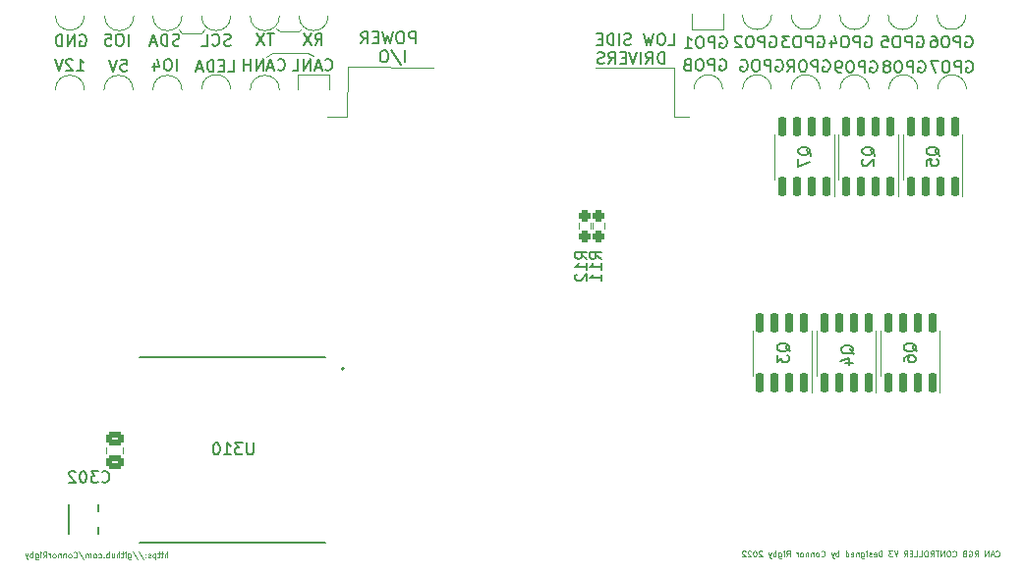
<source format=gbr>
%TF.GenerationSoftware,KiCad,Pcbnew,(6.0.2)*%
%TF.CreationDate,2022-04-22T14:27:02-06:00*%
%TF.ProjectId,CONEPROJ,434f4e45-5052-44f4-9a2e-6b696361645f,rev?*%
%TF.SameCoordinates,Original*%
%TF.FileFunction,Legend,Bot*%
%TF.FilePolarity,Positive*%
%FSLAX46Y46*%
G04 Gerber Fmt 4.6, Leading zero omitted, Abs format (unit mm)*
G04 Created by KiCad (PCBNEW (6.0.2)) date 2022-04-22 14:27:02*
%MOMM*%
%LPD*%
G01*
G04 APERTURE LIST*
G04 Aperture macros list*
%AMRoundRect*
0 Rectangle with rounded corners*
0 $1 Rounding radius*
0 $2 $3 $4 $5 $6 $7 $8 $9 X,Y pos of 4 corners*
0 Add a 4 corners polygon primitive as box body*
4,1,4,$2,$3,$4,$5,$6,$7,$8,$9,$2,$3,0*
0 Add four circle primitives for the rounded corners*
1,1,$1+$1,$2,$3*
1,1,$1+$1,$4,$5*
1,1,$1+$1,$6,$7*
1,1,$1+$1,$8,$9*
0 Add four rect primitives between the rounded corners*
20,1,$1+$1,$2,$3,$4,$5,0*
20,1,$1+$1,$4,$5,$6,$7,0*
20,1,$1+$1,$6,$7,$8,$9,0*
20,1,$1+$1,$8,$9,$2,$3,0*%
G04 Aperture macros list end*
%ADD10C,0.120000*%
%ADD11C,0.150000*%
%ADD12C,0.125000*%
%ADD13C,0.203200*%
%ADD14C,0.200000*%
%ADD15C,0.127000*%
%ADD16C,5.600000*%
%ADD17C,2.374900*%
%ADD18C,0.990600*%
%ADD19R,2.056000X2.056000*%
%ADD20C,2.056000*%
%ADD21RoundRect,0.150000X0.150000X-0.725000X0.150000X0.725000X-0.150000X0.725000X-0.150000X-0.725000X0*%
%ADD22R,3.000000X1.200000*%
%ADD23RoundRect,0.250000X0.475000X-0.337500X0.475000X0.337500X-0.475000X0.337500X-0.475000X-0.337500X0*%
%ADD24RoundRect,0.237500X-0.237500X0.250000X-0.237500X-0.250000X0.237500X-0.250000X0.237500X0.250000X0*%
%ADD25R,2.200000X1.050000*%
%ADD26R,1.050000X1.000000*%
G04 APERTURE END LIST*
D10*
X49450000Y-48250000D02*
X46400000Y-48250000D01*
X103700000Y-45000000D02*
G75*
G03*
X106200000Y-45000000I1250000J0D01*
G01*
X47050000Y-51450000D02*
G75*
G03*
X44550000Y-51450000I-1250000J0D01*
G01*
X106250000Y-51400001D02*
G75*
G03*
X103750000Y-51400001I-1250000J1D01*
G01*
X42850000Y-51400000D02*
G75*
G03*
X40350000Y-51400000I-1250000J0D01*
G01*
X48750000Y-45100000D02*
G75*
G03*
X51250000Y-45100000I1250000J0D01*
G01*
X49950000Y-48550000D02*
X49450000Y-48250000D01*
X93650000Y-51400001D02*
G75*
G03*
X91150000Y-51400001I-1250000J1D01*
G01*
X91150000Y-45000000D02*
G75*
G03*
X93650000Y-45000000I1250000J0D01*
G01*
X81100000Y-49550000D02*
X81100000Y-53750000D01*
X60350000Y-49550000D02*
X52950000Y-49500000D01*
X38650000Y-46550000D02*
X38350000Y-46250000D01*
X48750000Y-46450000D02*
X47100000Y-46450000D01*
X27750000Y-45050000D02*
G75*
G03*
X30250000Y-45050000I1250000J0D01*
G01*
X34450000Y-51450000D02*
G75*
G03*
X31950000Y-51450000I-1250000J0D01*
G01*
X40550000Y-46250000D02*
X40300000Y-46550000D01*
X51350000Y-50100000D02*
X51350000Y-51450000D01*
X44550000Y-45100000D02*
G75*
G03*
X47050000Y-45100000I1250000J0D01*
G01*
X48600000Y-51450000D02*
X48600000Y-50100000D01*
X38650000Y-51450000D02*
G75*
G03*
X36150000Y-51450000I-1250000J0D01*
G01*
X95350000Y-45000000D02*
G75*
G03*
X97850000Y-45000000I1250000J0D01*
G01*
X82550000Y-46250000D02*
X82550000Y-44900000D01*
X74300000Y-49550000D02*
X81100000Y-49550000D01*
X86950000Y-45000000D02*
G75*
G03*
X89450000Y-45000000I1250000J0D01*
G01*
X49000000Y-46150000D02*
X48750000Y-46450000D01*
X99500000Y-45000000D02*
G75*
G03*
X102000000Y-45000000I1250000J0D01*
G01*
X48600000Y-50100000D02*
X51350000Y-50100000D01*
X40350000Y-45100000D02*
G75*
G03*
X42850000Y-45100000I1250000J0D01*
G01*
X52900000Y-53750000D02*
X51200000Y-53750000D01*
X36150000Y-45100000D02*
G75*
G03*
X38650000Y-45100000I1250000J0D01*
G01*
X30250000Y-51450000D02*
G75*
G03*
X27750000Y-51450000I-1250000J0D01*
G01*
X52950000Y-49500000D02*
X52900000Y-53750000D01*
X81100000Y-53750000D02*
X82300000Y-53750000D01*
X32000000Y-45100000D02*
G75*
G03*
X34500000Y-45100000I1250000J0D01*
G01*
X47100000Y-46450000D02*
X46800000Y-46150000D01*
X85250000Y-51400001D02*
G75*
G03*
X82750000Y-51400001I-1250000J1D01*
G01*
X40300000Y-46550000D02*
X38650000Y-46550000D01*
X89450000Y-51400001D02*
G75*
G03*
X86950000Y-51400001I-1250000J1D01*
G01*
X85300000Y-46250000D02*
X82550000Y-46250000D01*
X102050000Y-51400001D02*
G75*
G03*
X99550000Y-51400001I-1250000J1D01*
G01*
X85300000Y-44900000D02*
X85300000Y-46250000D01*
X46400000Y-48250000D02*
X45950000Y-48600000D01*
X97850000Y-51400001D02*
G75*
G03*
X95350000Y-51400001I-1250000J1D01*
G01*
D11*
X29619047Y-49802380D02*
X30190476Y-49802380D01*
X29904761Y-49802380D02*
X29904761Y-48802380D01*
X30000000Y-48945238D01*
X30095238Y-49040476D01*
X30190476Y-49088095D01*
X29238095Y-48897619D02*
X29190476Y-48850000D01*
X29095238Y-48802380D01*
X28857142Y-48802380D01*
X28761904Y-48850000D01*
X28714285Y-48897619D01*
X28666666Y-48992857D01*
X28666666Y-49088095D01*
X28714285Y-49230952D01*
X29285714Y-49802380D01*
X28666666Y-49802380D01*
X28380952Y-48802380D02*
X28047619Y-49802380D01*
X27714285Y-48802380D01*
X93911904Y-48950000D02*
X94007142Y-48902380D01*
X94150000Y-48902380D01*
X94292857Y-48950000D01*
X94388095Y-49045238D01*
X94435714Y-49140476D01*
X94483333Y-49330952D01*
X94483333Y-49473809D01*
X94435714Y-49664285D01*
X94388095Y-49759523D01*
X94292857Y-49854761D01*
X94150000Y-49902380D01*
X94054761Y-49902380D01*
X93911904Y-49854761D01*
X93864285Y-49807142D01*
X93864285Y-49473809D01*
X94054761Y-49473809D01*
X93435714Y-49902380D02*
X93435714Y-48902380D01*
X93054761Y-48902380D01*
X92959523Y-48950000D01*
X92911904Y-48997619D01*
X92864285Y-49092857D01*
X92864285Y-49235714D01*
X92911904Y-49330952D01*
X92959523Y-49378571D01*
X93054761Y-49426190D01*
X93435714Y-49426190D01*
X92245238Y-48902380D02*
X92054761Y-48902380D01*
X91959523Y-48950000D01*
X91864285Y-49045238D01*
X91816666Y-49235714D01*
X91816666Y-49569047D01*
X91864285Y-49759523D01*
X91959523Y-49854761D01*
X92054761Y-49902380D01*
X92245238Y-49902380D01*
X92340476Y-49854761D01*
X92435714Y-49759523D01*
X92483333Y-49569047D01*
X92483333Y-49235714D01*
X92435714Y-49045238D01*
X92340476Y-48950000D01*
X92245238Y-48902380D01*
X90816666Y-49902380D02*
X91150000Y-49426190D01*
X91388095Y-49902380D02*
X91388095Y-48902380D01*
X91007142Y-48902380D01*
X90911904Y-48950000D01*
X90864285Y-48997619D01*
X90816666Y-49092857D01*
X90816666Y-49235714D01*
X90864285Y-49330952D01*
X90911904Y-49378571D01*
X91007142Y-49426190D01*
X91388095Y-49426190D01*
X46916666Y-49707142D02*
X46964285Y-49754761D01*
X47107142Y-49802380D01*
X47202380Y-49802380D01*
X47345238Y-49754761D01*
X47440476Y-49659523D01*
X47488095Y-49564285D01*
X47535714Y-49373809D01*
X47535714Y-49230952D01*
X47488095Y-49040476D01*
X47440476Y-48945238D01*
X47345238Y-48850000D01*
X47202380Y-48802380D01*
X47107142Y-48802380D01*
X46964285Y-48850000D01*
X46916666Y-48897619D01*
X46535714Y-49516666D02*
X46059523Y-49516666D01*
X46630952Y-49802380D02*
X46297619Y-48802380D01*
X45964285Y-49802380D01*
X45630952Y-49802380D02*
X45630952Y-48802380D01*
X45059523Y-49802380D01*
X45059523Y-48802380D01*
X44583333Y-49802380D02*
X44583333Y-48802380D01*
X44583333Y-49278571D02*
X44011904Y-49278571D01*
X44011904Y-49802380D02*
X44011904Y-48802380D01*
X42840476Y-47604761D02*
X42697619Y-47652380D01*
X42459523Y-47652380D01*
X42364285Y-47604761D01*
X42316666Y-47557142D01*
X42269047Y-47461904D01*
X42269047Y-47366666D01*
X42316666Y-47271428D01*
X42364285Y-47223809D01*
X42459523Y-47176190D01*
X42650000Y-47128571D01*
X42745238Y-47080952D01*
X42792857Y-47033333D01*
X42840476Y-46938095D01*
X42840476Y-46842857D01*
X42792857Y-46747619D01*
X42745238Y-46700000D01*
X42650000Y-46652380D01*
X42411904Y-46652380D01*
X42269047Y-46700000D01*
X41269047Y-47557142D02*
X41316666Y-47604761D01*
X41459523Y-47652380D01*
X41554761Y-47652380D01*
X41697619Y-47604761D01*
X41792857Y-47509523D01*
X41840476Y-47414285D01*
X41888095Y-47223809D01*
X41888095Y-47080952D01*
X41840476Y-46890476D01*
X41792857Y-46795238D01*
X41697619Y-46700000D01*
X41554761Y-46652380D01*
X41459523Y-46652380D01*
X41316666Y-46700000D01*
X41269047Y-46747619D01*
X40364285Y-47652380D02*
X40840476Y-47652380D01*
X40840476Y-46652380D01*
X106238095Y-49000000D02*
X106333333Y-48952380D01*
X106476190Y-48952380D01*
X106619047Y-49000000D01*
X106714285Y-49095238D01*
X106761904Y-49190476D01*
X106809523Y-49380952D01*
X106809523Y-49523809D01*
X106761904Y-49714285D01*
X106714285Y-49809523D01*
X106619047Y-49904761D01*
X106476190Y-49952380D01*
X106380952Y-49952380D01*
X106238095Y-49904761D01*
X106190476Y-49857142D01*
X106190476Y-49523809D01*
X106380952Y-49523809D01*
X105761904Y-49952380D02*
X105761904Y-48952380D01*
X105380952Y-48952380D01*
X105285714Y-49000000D01*
X105238095Y-49047619D01*
X105190476Y-49142857D01*
X105190476Y-49285714D01*
X105238095Y-49380952D01*
X105285714Y-49428571D01*
X105380952Y-49476190D01*
X105761904Y-49476190D01*
X104571428Y-48952380D02*
X104380952Y-48952380D01*
X104285714Y-49000000D01*
X104190476Y-49095238D01*
X104142857Y-49285714D01*
X104142857Y-49619047D01*
X104190476Y-49809523D01*
X104285714Y-49904761D01*
X104380952Y-49952380D01*
X104571428Y-49952380D01*
X104666666Y-49904761D01*
X104761904Y-49809523D01*
X104809523Y-49619047D01*
X104809523Y-49285714D01*
X104761904Y-49095238D01*
X104666666Y-49000000D01*
X104571428Y-48952380D01*
X103809523Y-48952380D02*
X103142857Y-48952380D01*
X103571428Y-49952380D01*
X42621428Y-49902380D02*
X43097619Y-49902380D01*
X43097619Y-48902380D01*
X42288095Y-49378571D02*
X41954761Y-49378571D01*
X41811904Y-49902380D02*
X42288095Y-49902380D01*
X42288095Y-48902380D01*
X41811904Y-48902380D01*
X41383333Y-49902380D02*
X41383333Y-48902380D01*
X41145238Y-48902380D01*
X41002380Y-48950000D01*
X40907142Y-49045238D01*
X40859523Y-49140476D01*
X40811904Y-49330952D01*
X40811904Y-49473809D01*
X40859523Y-49664285D01*
X40907142Y-49759523D01*
X41002380Y-49854761D01*
X41145238Y-49902380D01*
X41383333Y-49902380D01*
X40430952Y-49616666D02*
X39954761Y-49616666D01*
X40526190Y-49902380D02*
X40192857Y-48902380D01*
X39859523Y-49902380D01*
X58759523Y-47447380D02*
X58759523Y-46447380D01*
X58378571Y-46447380D01*
X58283333Y-46495000D01*
X58235714Y-46542619D01*
X58188095Y-46637857D01*
X58188095Y-46780714D01*
X58235714Y-46875952D01*
X58283333Y-46923571D01*
X58378571Y-46971190D01*
X58759523Y-46971190D01*
X57569047Y-46447380D02*
X57378571Y-46447380D01*
X57283333Y-46495000D01*
X57188095Y-46590238D01*
X57140476Y-46780714D01*
X57140476Y-47114047D01*
X57188095Y-47304523D01*
X57283333Y-47399761D01*
X57378571Y-47447380D01*
X57569047Y-47447380D01*
X57664285Y-47399761D01*
X57759523Y-47304523D01*
X57807142Y-47114047D01*
X57807142Y-46780714D01*
X57759523Y-46590238D01*
X57664285Y-46495000D01*
X57569047Y-46447380D01*
X56807142Y-46447380D02*
X56569047Y-47447380D01*
X56378571Y-46733095D01*
X56188095Y-47447380D01*
X55950000Y-46447380D01*
X55569047Y-46923571D02*
X55235714Y-46923571D01*
X55092857Y-47447380D02*
X55569047Y-47447380D01*
X55569047Y-46447380D01*
X55092857Y-46447380D01*
X54092857Y-47447380D02*
X54426190Y-46971190D01*
X54664285Y-47447380D02*
X54664285Y-46447380D01*
X54283333Y-46447380D01*
X54188095Y-46495000D01*
X54140476Y-46542619D01*
X54092857Y-46637857D01*
X54092857Y-46780714D01*
X54140476Y-46875952D01*
X54188095Y-46923571D01*
X54283333Y-46971190D01*
X54664285Y-46971190D01*
X57878571Y-49057380D02*
X57878571Y-48057380D01*
X56688095Y-48009761D02*
X57545238Y-49295476D01*
X56164285Y-48057380D02*
X55973809Y-48057380D01*
X55878571Y-48105000D01*
X55783333Y-48200238D01*
X55735714Y-48390714D01*
X55735714Y-48724047D01*
X55783333Y-48914523D01*
X55878571Y-49009761D01*
X55973809Y-49057380D01*
X56164285Y-49057380D01*
X56259523Y-49009761D01*
X56354761Y-48914523D01*
X56402380Y-48724047D01*
X56402380Y-48390714D01*
X56354761Y-48200238D01*
X56259523Y-48105000D01*
X56164285Y-48057380D01*
X102138095Y-49000000D02*
X102233333Y-48952380D01*
X102376190Y-48952380D01*
X102519047Y-49000000D01*
X102614285Y-49095238D01*
X102661904Y-49190476D01*
X102709523Y-49380952D01*
X102709523Y-49523809D01*
X102661904Y-49714285D01*
X102614285Y-49809523D01*
X102519047Y-49904761D01*
X102376190Y-49952380D01*
X102280952Y-49952380D01*
X102138095Y-49904761D01*
X102090476Y-49857142D01*
X102090476Y-49523809D01*
X102280952Y-49523809D01*
X101661904Y-49952380D02*
X101661904Y-48952380D01*
X101280952Y-48952380D01*
X101185714Y-49000000D01*
X101138095Y-49047619D01*
X101090476Y-49142857D01*
X101090476Y-49285714D01*
X101138095Y-49380952D01*
X101185714Y-49428571D01*
X101280952Y-49476190D01*
X101661904Y-49476190D01*
X100471428Y-48952380D02*
X100280952Y-48952380D01*
X100185714Y-49000000D01*
X100090476Y-49095238D01*
X100042857Y-49285714D01*
X100042857Y-49619047D01*
X100090476Y-49809523D01*
X100185714Y-49904761D01*
X100280952Y-49952380D01*
X100471428Y-49952380D01*
X100566666Y-49904761D01*
X100661904Y-49809523D01*
X100709523Y-49619047D01*
X100709523Y-49285714D01*
X100661904Y-49095238D01*
X100566666Y-49000000D01*
X100471428Y-48952380D01*
X99471428Y-49380952D02*
X99566666Y-49333333D01*
X99614285Y-49285714D01*
X99661904Y-49190476D01*
X99661904Y-49142857D01*
X99614285Y-49047619D01*
X99566666Y-49000000D01*
X99471428Y-48952380D01*
X99280952Y-48952380D01*
X99185714Y-49000000D01*
X99138095Y-49047619D01*
X99090476Y-49142857D01*
X99090476Y-49190476D01*
X99138095Y-49285714D01*
X99185714Y-49333333D01*
X99280952Y-49380952D01*
X99471428Y-49380952D01*
X99566666Y-49428571D01*
X99614285Y-49476190D01*
X99661904Y-49571428D01*
X99661904Y-49761904D01*
X99614285Y-49857142D01*
X99566666Y-49904761D01*
X99471428Y-49952380D01*
X99280952Y-49952380D01*
X99185714Y-49904761D01*
X99138095Y-49857142D01*
X99090476Y-49761904D01*
X99090476Y-49571428D01*
X99138095Y-49476190D01*
X99185714Y-49428571D01*
X99280952Y-49380952D01*
X38200000Y-49802380D02*
X38200000Y-48802380D01*
X37533333Y-48802380D02*
X37342857Y-48802380D01*
X37247619Y-48850000D01*
X37152380Y-48945238D01*
X37104761Y-49135714D01*
X37104761Y-49469047D01*
X37152380Y-49659523D01*
X37247619Y-49754761D01*
X37342857Y-49802380D01*
X37533333Y-49802380D01*
X37628571Y-49754761D01*
X37723809Y-49659523D01*
X37771428Y-49469047D01*
X37771428Y-49135714D01*
X37723809Y-48945238D01*
X37628571Y-48850000D01*
X37533333Y-48802380D01*
X36247619Y-49135714D02*
X36247619Y-49802380D01*
X36485714Y-48754761D02*
X36723809Y-49469047D01*
X36104761Y-49469047D01*
X85038095Y-46900000D02*
X85133333Y-46852380D01*
X85276190Y-46852380D01*
X85419047Y-46900000D01*
X85514285Y-46995238D01*
X85561904Y-47090476D01*
X85609523Y-47280952D01*
X85609523Y-47423809D01*
X85561904Y-47614285D01*
X85514285Y-47709523D01*
X85419047Y-47804761D01*
X85276190Y-47852380D01*
X85180952Y-47852380D01*
X85038095Y-47804761D01*
X84990476Y-47757142D01*
X84990476Y-47423809D01*
X85180952Y-47423809D01*
X84561904Y-47852380D02*
X84561904Y-46852380D01*
X84180952Y-46852380D01*
X84085714Y-46900000D01*
X84038095Y-46947619D01*
X83990476Y-47042857D01*
X83990476Y-47185714D01*
X84038095Y-47280952D01*
X84085714Y-47328571D01*
X84180952Y-47376190D01*
X84561904Y-47376190D01*
X83371428Y-46852380D02*
X83180952Y-46852380D01*
X83085714Y-46900000D01*
X82990476Y-46995238D01*
X82942857Y-47185714D01*
X82942857Y-47519047D01*
X82990476Y-47709523D01*
X83085714Y-47804761D01*
X83180952Y-47852380D01*
X83371428Y-47852380D01*
X83466666Y-47804761D01*
X83561904Y-47709523D01*
X83609523Y-47519047D01*
X83609523Y-47185714D01*
X83561904Y-46995238D01*
X83466666Y-46900000D01*
X83371428Y-46852380D01*
X81990476Y-47852380D02*
X82561904Y-47852380D01*
X82276190Y-47852380D02*
X82276190Y-46852380D01*
X82371428Y-46995238D01*
X82466666Y-47090476D01*
X82561904Y-47138095D01*
X93438095Y-46850000D02*
X93533333Y-46802380D01*
X93676190Y-46802380D01*
X93819047Y-46850000D01*
X93914285Y-46945238D01*
X93961904Y-47040476D01*
X94009523Y-47230952D01*
X94009523Y-47373809D01*
X93961904Y-47564285D01*
X93914285Y-47659523D01*
X93819047Y-47754761D01*
X93676190Y-47802380D01*
X93580952Y-47802380D01*
X93438095Y-47754761D01*
X93390476Y-47707142D01*
X93390476Y-47373809D01*
X93580952Y-47373809D01*
X92961904Y-47802380D02*
X92961904Y-46802380D01*
X92580952Y-46802380D01*
X92485714Y-46850000D01*
X92438095Y-46897619D01*
X92390476Y-46992857D01*
X92390476Y-47135714D01*
X92438095Y-47230952D01*
X92485714Y-47278571D01*
X92580952Y-47326190D01*
X92961904Y-47326190D01*
X91771428Y-46802380D02*
X91580952Y-46802380D01*
X91485714Y-46850000D01*
X91390476Y-46945238D01*
X91342857Y-47135714D01*
X91342857Y-47469047D01*
X91390476Y-47659523D01*
X91485714Y-47754761D01*
X91580952Y-47802380D01*
X91771428Y-47802380D01*
X91866666Y-47754761D01*
X91961904Y-47659523D01*
X92009523Y-47469047D01*
X92009523Y-47135714D01*
X91961904Y-46945238D01*
X91866666Y-46850000D01*
X91771428Y-46802380D01*
X91009523Y-46802380D02*
X90390476Y-46802380D01*
X90723809Y-47183333D01*
X90580952Y-47183333D01*
X90485714Y-47230952D01*
X90438095Y-47278571D01*
X90390476Y-47373809D01*
X90390476Y-47611904D01*
X90438095Y-47707142D01*
X90485714Y-47754761D01*
X90580952Y-47802380D01*
X90866666Y-47802380D01*
X90961904Y-47754761D01*
X91009523Y-47707142D01*
X101988095Y-46850000D02*
X102083333Y-46802380D01*
X102226190Y-46802380D01*
X102369047Y-46850000D01*
X102464285Y-46945238D01*
X102511904Y-47040476D01*
X102559523Y-47230952D01*
X102559523Y-47373809D01*
X102511904Y-47564285D01*
X102464285Y-47659523D01*
X102369047Y-47754761D01*
X102226190Y-47802380D01*
X102130952Y-47802380D01*
X101988095Y-47754761D01*
X101940476Y-47707142D01*
X101940476Y-47373809D01*
X102130952Y-47373809D01*
X101511904Y-47802380D02*
X101511904Y-46802380D01*
X101130952Y-46802380D01*
X101035714Y-46850000D01*
X100988095Y-46897619D01*
X100940476Y-46992857D01*
X100940476Y-47135714D01*
X100988095Y-47230952D01*
X101035714Y-47278571D01*
X101130952Y-47326190D01*
X101511904Y-47326190D01*
X100321428Y-46802380D02*
X100130952Y-46802380D01*
X100035714Y-46850000D01*
X99940476Y-46945238D01*
X99892857Y-47135714D01*
X99892857Y-47469047D01*
X99940476Y-47659523D01*
X100035714Y-47754761D01*
X100130952Y-47802380D01*
X100321428Y-47802380D01*
X100416666Y-47754761D01*
X100511904Y-47659523D01*
X100559523Y-47469047D01*
X100559523Y-47135714D01*
X100511904Y-46945238D01*
X100416666Y-46850000D01*
X100321428Y-46802380D01*
X98988095Y-46802380D02*
X99464285Y-46802380D01*
X99511904Y-47278571D01*
X99464285Y-47230952D01*
X99369047Y-47183333D01*
X99130952Y-47183333D01*
X99035714Y-47230952D01*
X98988095Y-47278571D01*
X98940476Y-47373809D01*
X98940476Y-47611904D01*
X98988095Y-47707142D01*
X99035714Y-47754761D01*
X99130952Y-47802380D01*
X99369047Y-47802380D01*
X99464285Y-47754761D01*
X99511904Y-47707142D01*
D12*
X108773809Y-91678571D02*
X108797619Y-91702380D01*
X108869047Y-91726190D01*
X108916666Y-91726190D01*
X108988095Y-91702380D01*
X109035714Y-91654761D01*
X109059523Y-91607142D01*
X109083333Y-91511904D01*
X109083333Y-91440476D01*
X109059523Y-91345238D01*
X109035714Y-91297619D01*
X108988095Y-91250000D01*
X108916666Y-91226190D01*
X108869047Y-91226190D01*
X108797619Y-91250000D01*
X108773809Y-91273809D01*
X108583333Y-91583333D02*
X108345238Y-91583333D01*
X108630952Y-91726190D02*
X108464285Y-91226190D01*
X108297619Y-91726190D01*
X108130952Y-91726190D02*
X108130952Y-91226190D01*
X107845238Y-91726190D01*
X107845238Y-91226190D01*
X106940476Y-91726190D02*
X107107142Y-91488095D01*
X107226190Y-91726190D02*
X107226190Y-91226190D01*
X107035714Y-91226190D01*
X106988095Y-91250000D01*
X106964285Y-91273809D01*
X106940476Y-91321428D01*
X106940476Y-91392857D01*
X106964285Y-91440476D01*
X106988095Y-91464285D01*
X107035714Y-91488095D01*
X107226190Y-91488095D01*
X106464285Y-91250000D02*
X106511904Y-91226190D01*
X106583333Y-91226190D01*
X106654761Y-91250000D01*
X106702380Y-91297619D01*
X106726190Y-91345238D01*
X106749999Y-91440476D01*
X106749999Y-91511904D01*
X106726190Y-91607142D01*
X106702380Y-91654761D01*
X106654761Y-91702380D01*
X106583333Y-91726190D01*
X106535714Y-91726190D01*
X106464285Y-91702380D01*
X106440476Y-91678571D01*
X106440476Y-91511904D01*
X106535714Y-91511904D01*
X106059523Y-91464285D02*
X105988095Y-91488095D01*
X105964285Y-91511904D01*
X105940476Y-91559523D01*
X105940476Y-91630952D01*
X105964285Y-91678571D01*
X105988095Y-91702380D01*
X106035714Y-91726190D01*
X106226190Y-91726190D01*
X106226190Y-91226190D01*
X106059523Y-91226190D01*
X106011904Y-91250000D01*
X105988095Y-91273809D01*
X105964285Y-91321428D01*
X105964285Y-91369047D01*
X105988095Y-91416666D01*
X106011904Y-91440476D01*
X106059523Y-91464285D01*
X106226190Y-91464285D01*
X105059523Y-91678571D02*
X105083333Y-91702380D01*
X105154761Y-91726190D01*
X105202380Y-91726190D01*
X105273809Y-91702380D01*
X105321428Y-91654761D01*
X105345238Y-91607142D01*
X105369047Y-91511904D01*
X105369047Y-91440476D01*
X105345238Y-91345238D01*
X105321428Y-91297619D01*
X105273809Y-91250000D01*
X105202380Y-91226190D01*
X105154761Y-91226190D01*
X105083333Y-91250000D01*
X105059523Y-91273809D01*
X104750000Y-91226190D02*
X104654761Y-91226190D01*
X104607142Y-91250000D01*
X104559523Y-91297619D01*
X104535714Y-91392857D01*
X104535714Y-91559523D01*
X104559523Y-91654761D01*
X104607142Y-91702380D01*
X104654761Y-91726190D01*
X104750000Y-91726190D01*
X104797619Y-91702380D01*
X104845238Y-91654761D01*
X104869047Y-91559523D01*
X104869047Y-91392857D01*
X104845238Y-91297619D01*
X104797619Y-91250000D01*
X104750000Y-91226190D01*
X104321428Y-91726190D02*
X104321428Y-91226190D01*
X104035714Y-91726190D01*
X104035714Y-91226190D01*
X103869047Y-91226190D02*
X103583333Y-91226190D01*
X103726190Y-91726190D02*
X103726190Y-91226190D01*
X103130952Y-91726190D02*
X103297619Y-91488095D01*
X103416666Y-91726190D02*
X103416666Y-91226190D01*
X103226190Y-91226190D01*
X103178571Y-91250000D01*
X103154761Y-91273809D01*
X103130952Y-91321428D01*
X103130952Y-91392857D01*
X103154761Y-91440476D01*
X103178571Y-91464285D01*
X103226190Y-91488095D01*
X103416666Y-91488095D01*
X102821428Y-91226190D02*
X102726190Y-91226190D01*
X102678571Y-91250000D01*
X102630952Y-91297619D01*
X102607142Y-91392857D01*
X102607142Y-91559523D01*
X102630952Y-91654761D01*
X102678571Y-91702380D01*
X102726190Y-91726190D01*
X102821428Y-91726190D01*
X102869047Y-91702380D01*
X102916666Y-91654761D01*
X102940476Y-91559523D01*
X102940476Y-91392857D01*
X102916666Y-91297619D01*
X102869047Y-91250000D01*
X102821428Y-91226190D01*
X102154761Y-91726190D02*
X102392857Y-91726190D01*
X102392857Y-91226190D01*
X101750000Y-91726190D02*
X101988095Y-91726190D01*
X101988095Y-91226190D01*
X101583333Y-91464285D02*
X101416666Y-91464285D01*
X101345238Y-91726190D02*
X101583333Y-91726190D01*
X101583333Y-91226190D01*
X101345238Y-91226190D01*
X100845238Y-91726190D02*
X101011904Y-91488095D01*
X101130952Y-91726190D02*
X101130952Y-91226190D01*
X100940476Y-91226190D01*
X100892857Y-91250000D01*
X100869047Y-91273809D01*
X100845238Y-91321428D01*
X100845238Y-91392857D01*
X100869047Y-91440476D01*
X100892857Y-91464285D01*
X100940476Y-91488095D01*
X101130952Y-91488095D01*
X100321428Y-91226190D02*
X100154761Y-91726190D01*
X99988095Y-91226190D01*
X99869047Y-91226190D02*
X99559523Y-91226190D01*
X99726190Y-91416666D01*
X99654761Y-91416666D01*
X99607142Y-91440476D01*
X99583333Y-91464285D01*
X99559523Y-91511904D01*
X99559523Y-91630952D01*
X99583333Y-91678571D01*
X99607142Y-91702380D01*
X99654761Y-91726190D01*
X99797619Y-91726190D01*
X99845238Y-91702380D01*
X99869047Y-91678571D01*
X98964285Y-91726190D02*
X98964285Y-91226190D01*
X98845238Y-91226190D01*
X98773809Y-91250000D01*
X98726190Y-91297619D01*
X98702380Y-91345238D01*
X98678571Y-91440476D01*
X98678571Y-91511904D01*
X98702380Y-91607142D01*
X98726190Y-91654761D01*
X98773809Y-91702380D01*
X98845238Y-91726190D01*
X98964285Y-91726190D01*
X98273809Y-91702380D02*
X98321428Y-91726190D01*
X98416666Y-91726190D01*
X98464285Y-91702380D01*
X98488095Y-91654761D01*
X98488095Y-91464285D01*
X98464285Y-91416666D01*
X98416666Y-91392857D01*
X98321428Y-91392857D01*
X98273809Y-91416666D01*
X98250000Y-91464285D01*
X98250000Y-91511904D01*
X98488095Y-91559523D01*
X98059523Y-91702380D02*
X98011904Y-91726190D01*
X97916666Y-91726190D01*
X97869047Y-91702380D01*
X97845238Y-91654761D01*
X97845238Y-91630952D01*
X97869047Y-91583333D01*
X97916666Y-91559523D01*
X97988095Y-91559523D01*
X98035714Y-91535714D01*
X98059523Y-91488095D01*
X98059523Y-91464285D01*
X98035714Y-91416666D01*
X97988095Y-91392857D01*
X97916666Y-91392857D01*
X97869047Y-91416666D01*
X97630952Y-91726190D02*
X97630952Y-91392857D01*
X97630952Y-91226190D02*
X97654761Y-91250000D01*
X97630952Y-91273809D01*
X97607142Y-91250000D01*
X97630952Y-91226190D01*
X97630952Y-91273809D01*
X97178571Y-91392857D02*
X97178571Y-91797619D01*
X97202380Y-91845238D01*
X97226190Y-91869047D01*
X97273809Y-91892857D01*
X97345238Y-91892857D01*
X97392857Y-91869047D01*
X97178571Y-91702380D02*
X97226190Y-91726190D01*
X97321428Y-91726190D01*
X97369047Y-91702380D01*
X97392857Y-91678571D01*
X97416666Y-91630952D01*
X97416666Y-91488095D01*
X97392857Y-91440476D01*
X97369047Y-91416666D01*
X97321428Y-91392857D01*
X97226190Y-91392857D01*
X97178571Y-91416666D01*
X96940476Y-91392857D02*
X96940476Y-91726190D01*
X96940476Y-91440476D02*
X96916666Y-91416666D01*
X96869047Y-91392857D01*
X96797619Y-91392857D01*
X96750000Y-91416666D01*
X96726190Y-91464285D01*
X96726190Y-91726190D01*
X96297619Y-91702380D02*
X96345238Y-91726190D01*
X96440476Y-91726190D01*
X96488095Y-91702380D01*
X96511904Y-91654761D01*
X96511904Y-91464285D01*
X96488095Y-91416666D01*
X96440476Y-91392857D01*
X96345238Y-91392857D01*
X96297619Y-91416666D01*
X96273809Y-91464285D01*
X96273809Y-91511904D01*
X96511904Y-91559523D01*
X95845238Y-91726190D02*
X95845238Y-91226190D01*
X95845238Y-91702380D02*
X95892857Y-91726190D01*
X95988095Y-91726190D01*
X96035714Y-91702380D01*
X96059523Y-91678571D01*
X96083333Y-91630952D01*
X96083333Y-91488095D01*
X96059523Y-91440476D01*
X96035714Y-91416666D01*
X95988095Y-91392857D01*
X95892857Y-91392857D01*
X95845238Y-91416666D01*
X95226190Y-91726190D02*
X95226190Y-91226190D01*
X95226190Y-91416666D02*
X95178571Y-91392857D01*
X95083333Y-91392857D01*
X95035714Y-91416666D01*
X95011904Y-91440476D01*
X94988095Y-91488095D01*
X94988095Y-91630952D01*
X95011904Y-91678571D01*
X95035714Y-91702380D01*
X95083333Y-91726190D01*
X95178571Y-91726190D01*
X95226190Y-91702380D01*
X94821428Y-91392857D02*
X94702380Y-91726190D01*
X94583333Y-91392857D02*
X94702380Y-91726190D01*
X94750000Y-91845238D01*
X94773809Y-91869047D01*
X94821428Y-91892857D01*
X93726190Y-91678571D02*
X93750000Y-91702380D01*
X93821428Y-91726190D01*
X93869047Y-91726190D01*
X93940476Y-91702380D01*
X93988095Y-91654761D01*
X94011904Y-91607142D01*
X94035714Y-91511904D01*
X94035714Y-91440476D01*
X94011904Y-91345238D01*
X93988095Y-91297619D01*
X93940476Y-91250000D01*
X93869047Y-91226190D01*
X93821428Y-91226190D01*
X93750000Y-91250000D01*
X93726190Y-91273809D01*
X93440476Y-91726190D02*
X93488095Y-91702380D01*
X93511904Y-91678571D01*
X93535714Y-91630952D01*
X93535714Y-91488095D01*
X93511904Y-91440476D01*
X93488095Y-91416666D01*
X93440476Y-91392857D01*
X93369047Y-91392857D01*
X93321428Y-91416666D01*
X93297619Y-91440476D01*
X93273809Y-91488095D01*
X93273809Y-91630952D01*
X93297619Y-91678571D01*
X93321428Y-91702380D01*
X93369047Y-91726190D01*
X93440476Y-91726190D01*
X93059523Y-91392857D02*
X93059523Y-91726190D01*
X93059523Y-91440476D02*
X93035714Y-91416666D01*
X92988095Y-91392857D01*
X92916666Y-91392857D01*
X92869047Y-91416666D01*
X92845238Y-91464285D01*
X92845238Y-91726190D01*
X92607142Y-91392857D02*
X92607142Y-91726190D01*
X92607142Y-91440476D02*
X92583333Y-91416666D01*
X92535714Y-91392857D01*
X92464285Y-91392857D01*
X92416666Y-91416666D01*
X92392857Y-91464285D01*
X92392857Y-91726190D01*
X92083333Y-91726190D02*
X92130952Y-91702380D01*
X92154761Y-91678571D01*
X92178571Y-91630952D01*
X92178571Y-91488095D01*
X92154761Y-91440476D01*
X92130952Y-91416666D01*
X92083333Y-91392857D01*
X92011904Y-91392857D01*
X91964285Y-91416666D01*
X91940476Y-91440476D01*
X91916666Y-91488095D01*
X91916666Y-91630952D01*
X91940476Y-91678571D01*
X91964285Y-91702380D01*
X92011904Y-91726190D01*
X92083333Y-91726190D01*
X91702380Y-91726190D02*
X91702380Y-91392857D01*
X91702380Y-91488095D02*
X91678571Y-91440476D01*
X91654761Y-91416666D01*
X91607142Y-91392857D01*
X91559523Y-91392857D01*
X90726190Y-91726190D02*
X90892857Y-91488095D01*
X91011904Y-91726190D02*
X91011904Y-91226190D01*
X90821428Y-91226190D01*
X90773809Y-91250000D01*
X90750000Y-91273809D01*
X90726190Y-91321428D01*
X90726190Y-91392857D01*
X90750000Y-91440476D01*
X90773809Y-91464285D01*
X90821428Y-91488095D01*
X91011904Y-91488095D01*
X90511904Y-91726190D02*
X90511904Y-91392857D01*
X90511904Y-91226190D02*
X90535714Y-91250000D01*
X90511904Y-91273809D01*
X90488095Y-91250000D01*
X90511904Y-91226190D01*
X90511904Y-91273809D01*
X90059523Y-91392857D02*
X90059523Y-91797619D01*
X90083333Y-91845238D01*
X90107142Y-91869047D01*
X90154761Y-91892857D01*
X90226190Y-91892857D01*
X90273809Y-91869047D01*
X90059523Y-91702380D02*
X90107142Y-91726190D01*
X90202380Y-91726190D01*
X90250000Y-91702380D01*
X90273809Y-91678571D01*
X90297619Y-91630952D01*
X90297619Y-91488095D01*
X90273809Y-91440476D01*
X90250000Y-91416666D01*
X90202380Y-91392857D01*
X90107142Y-91392857D01*
X90059523Y-91416666D01*
X89821428Y-91726190D02*
X89821428Y-91226190D01*
X89821428Y-91416666D02*
X89773809Y-91392857D01*
X89678571Y-91392857D01*
X89630952Y-91416666D01*
X89607142Y-91440476D01*
X89583333Y-91488095D01*
X89583333Y-91630952D01*
X89607142Y-91678571D01*
X89630952Y-91702380D01*
X89678571Y-91726190D01*
X89773809Y-91726190D01*
X89821428Y-91702380D01*
X89416666Y-91392857D02*
X89297619Y-91726190D01*
X89178571Y-91392857D02*
X89297619Y-91726190D01*
X89345238Y-91845238D01*
X89369047Y-91869047D01*
X89416666Y-91892857D01*
X88630952Y-91273809D02*
X88607142Y-91250000D01*
X88559523Y-91226190D01*
X88440476Y-91226190D01*
X88392857Y-91250000D01*
X88369047Y-91273809D01*
X88345238Y-91321428D01*
X88345238Y-91369047D01*
X88369047Y-91440476D01*
X88654761Y-91726190D01*
X88345238Y-91726190D01*
X88035714Y-91226190D02*
X87988095Y-91226190D01*
X87940476Y-91250000D01*
X87916666Y-91273809D01*
X87892857Y-91321428D01*
X87869047Y-91416666D01*
X87869047Y-91535714D01*
X87892857Y-91630952D01*
X87916666Y-91678571D01*
X87940476Y-91702380D01*
X87988095Y-91726190D01*
X88035714Y-91726190D01*
X88083333Y-91702380D01*
X88107142Y-91678571D01*
X88130952Y-91630952D01*
X88154761Y-91535714D01*
X88154761Y-91416666D01*
X88130952Y-91321428D01*
X88107142Y-91273809D01*
X88083333Y-91250000D01*
X88035714Y-91226190D01*
X87678571Y-91273809D02*
X87654761Y-91250000D01*
X87607142Y-91226190D01*
X87488095Y-91226190D01*
X87440476Y-91250000D01*
X87416666Y-91273809D01*
X87392857Y-91321428D01*
X87392857Y-91369047D01*
X87416666Y-91440476D01*
X87702380Y-91726190D01*
X87392857Y-91726190D01*
X87202380Y-91273809D02*
X87178571Y-91250000D01*
X87130952Y-91226190D01*
X87011904Y-91226190D01*
X86964285Y-91250000D01*
X86940476Y-91273809D01*
X86916666Y-91321428D01*
X86916666Y-91369047D01*
X86940476Y-91440476D01*
X87226190Y-91726190D01*
X86916666Y-91726190D01*
D11*
X80564285Y-47597380D02*
X81040476Y-47597380D01*
X81040476Y-46597380D01*
X80040476Y-46597380D02*
X79850000Y-46597380D01*
X79754761Y-46645000D01*
X79659523Y-46740238D01*
X79611904Y-46930714D01*
X79611904Y-47264047D01*
X79659523Y-47454523D01*
X79754761Y-47549761D01*
X79850000Y-47597380D01*
X80040476Y-47597380D01*
X80135714Y-47549761D01*
X80230952Y-47454523D01*
X80278571Y-47264047D01*
X80278571Y-46930714D01*
X80230952Y-46740238D01*
X80135714Y-46645000D01*
X80040476Y-46597380D01*
X79278571Y-46597380D02*
X79040476Y-47597380D01*
X78850000Y-46883095D01*
X78659523Y-47597380D01*
X78421428Y-46597380D01*
X77326190Y-47549761D02*
X77183333Y-47597380D01*
X76945238Y-47597380D01*
X76850000Y-47549761D01*
X76802380Y-47502142D01*
X76754761Y-47406904D01*
X76754761Y-47311666D01*
X76802380Y-47216428D01*
X76850000Y-47168809D01*
X76945238Y-47121190D01*
X77135714Y-47073571D01*
X77230952Y-47025952D01*
X77278571Y-46978333D01*
X77326190Y-46883095D01*
X77326190Y-46787857D01*
X77278571Y-46692619D01*
X77230952Y-46645000D01*
X77135714Y-46597380D01*
X76897619Y-46597380D01*
X76754761Y-46645000D01*
X76326190Y-47597380D02*
X76326190Y-46597380D01*
X75850000Y-47597380D02*
X75850000Y-46597380D01*
X75611904Y-46597380D01*
X75469047Y-46645000D01*
X75373809Y-46740238D01*
X75326190Y-46835476D01*
X75278571Y-47025952D01*
X75278571Y-47168809D01*
X75326190Y-47359285D01*
X75373809Y-47454523D01*
X75469047Y-47549761D01*
X75611904Y-47597380D01*
X75850000Y-47597380D01*
X74850000Y-47073571D02*
X74516666Y-47073571D01*
X74373809Y-47597380D02*
X74850000Y-47597380D01*
X74850000Y-46597380D01*
X74373809Y-46597380D01*
X80207142Y-49207380D02*
X80207142Y-48207380D01*
X79969047Y-48207380D01*
X79826190Y-48255000D01*
X79730952Y-48350238D01*
X79683333Y-48445476D01*
X79635714Y-48635952D01*
X79635714Y-48778809D01*
X79683333Y-48969285D01*
X79730952Y-49064523D01*
X79826190Y-49159761D01*
X79969047Y-49207380D01*
X80207142Y-49207380D01*
X78635714Y-49207380D02*
X78969047Y-48731190D01*
X79207142Y-49207380D02*
X79207142Y-48207380D01*
X78826190Y-48207380D01*
X78730952Y-48255000D01*
X78683333Y-48302619D01*
X78635714Y-48397857D01*
X78635714Y-48540714D01*
X78683333Y-48635952D01*
X78730952Y-48683571D01*
X78826190Y-48731190D01*
X79207142Y-48731190D01*
X78207142Y-49207380D02*
X78207142Y-48207380D01*
X77873809Y-48207380D02*
X77540476Y-49207380D01*
X77207142Y-48207380D01*
X76873809Y-48683571D02*
X76540476Y-48683571D01*
X76397619Y-49207380D02*
X76873809Y-49207380D01*
X76873809Y-48207380D01*
X76397619Y-48207380D01*
X75397619Y-49207380D02*
X75730952Y-48731190D01*
X75969047Y-49207380D02*
X75969047Y-48207380D01*
X75588095Y-48207380D01*
X75492857Y-48255000D01*
X75445238Y-48302619D01*
X75397619Y-48397857D01*
X75397619Y-48540714D01*
X75445238Y-48635952D01*
X75492857Y-48683571D01*
X75588095Y-48731190D01*
X75969047Y-48731190D01*
X75016666Y-49159761D02*
X74873809Y-49207380D01*
X74635714Y-49207380D01*
X74540476Y-49159761D01*
X74492857Y-49112142D01*
X74445238Y-49016904D01*
X74445238Y-48921666D01*
X74492857Y-48826428D01*
X74540476Y-48778809D01*
X74635714Y-48731190D01*
X74826190Y-48683571D01*
X74921428Y-48635952D01*
X74969047Y-48588333D01*
X75016666Y-48493095D01*
X75016666Y-48397857D01*
X74969047Y-48302619D01*
X74921428Y-48255000D01*
X74826190Y-48207380D01*
X74588095Y-48207380D01*
X74445238Y-48255000D01*
X50997619Y-49707142D02*
X51045238Y-49754761D01*
X51188095Y-49802380D01*
X51283333Y-49802380D01*
X51426190Y-49754761D01*
X51521428Y-49659523D01*
X51569047Y-49564285D01*
X51616666Y-49373809D01*
X51616666Y-49230952D01*
X51569047Y-49040476D01*
X51521428Y-48945238D01*
X51426190Y-48850000D01*
X51283333Y-48802380D01*
X51188095Y-48802380D01*
X51045238Y-48850000D01*
X50997619Y-48897619D01*
X50616666Y-49516666D02*
X50140476Y-49516666D01*
X50711904Y-49802380D02*
X50378571Y-48802380D01*
X50045238Y-49802380D01*
X49711904Y-49802380D02*
X49711904Y-48802380D01*
X49140476Y-49802380D01*
X49140476Y-48802380D01*
X48188095Y-49802380D02*
X48664285Y-49802380D01*
X48664285Y-48802380D01*
X38414285Y-47604761D02*
X38271428Y-47652380D01*
X38033333Y-47652380D01*
X37938095Y-47604761D01*
X37890476Y-47557142D01*
X37842857Y-47461904D01*
X37842857Y-47366666D01*
X37890476Y-47271428D01*
X37938095Y-47223809D01*
X38033333Y-47176190D01*
X38223809Y-47128571D01*
X38319047Y-47080952D01*
X38366666Y-47033333D01*
X38414285Y-46938095D01*
X38414285Y-46842857D01*
X38366666Y-46747619D01*
X38319047Y-46700000D01*
X38223809Y-46652380D01*
X37985714Y-46652380D01*
X37842857Y-46700000D01*
X37414285Y-47652380D02*
X37414285Y-46652380D01*
X37176190Y-46652380D01*
X37033333Y-46700000D01*
X36938095Y-46795238D01*
X36890476Y-46890476D01*
X36842857Y-47080952D01*
X36842857Y-47223809D01*
X36890476Y-47414285D01*
X36938095Y-47509523D01*
X37033333Y-47604761D01*
X37176190Y-47652380D01*
X37414285Y-47652380D01*
X36461904Y-47366666D02*
X35985714Y-47366666D01*
X36557142Y-47652380D02*
X36223809Y-46652380D01*
X35890476Y-47652380D01*
X34050000Y-47652380D02*
X34050000Y-46652380D01*
X33383333Y-46652380D02*
X33192857Y-46652380D01*
X33097619Y-46700000D01*
X33002380Y-46795238D01*
X32954761Y-46985714D01*
X32954761Y-47319047D01*
X33002380Y-47509523D01*
X33097619Y-47604761D01*
X33192857Y-47652380D01*
X33383333Y-47652380D01*
X33478571Y-47604761D01*
X33573809Y-47509523D01*
X33621428Y-47319047D01*
X33621428Y-46985714D01*
X33573809Y-46795238D01*
X33478571Y-46700000D01*
X33383333Y-46652380D01*
X32050000Y-46652380D02*
X32526190Y-46652380D01*
X32573809Y-47128571D01*
X32526190Y-47080952D01*
X32430952Y-47033333D01*
X32192857Y-47033333D01*
X32097619Y-47080952D01*
X32050000Y-47128571D01*
X32002380Y-47223809D01*
X32002380Y-47461904D01*
X32050000Y-47557142D01*
X32097619Y-47604761D01*
X32192857Y-47652380D01*
X32430952Y-47652380D01*
X32526190Y-47604761D01*
X32573809Y-47557142D01*
X89338095Y-46850000D02*
X89433333Y-46802380D01*
X89576190Y-46802380D01*
X89719047Y-46850000D01*
X89814285Y-46945238D01*
X89861904Y-47040476D01*
X89909523Y-47230952D01*
X89909523Y-47373809D01*
X89861904Y-47564285D01*
X89814285Y-47659523D01*
X89719047Y-47754761D01*
X89576190Y-47802380D01*
X89480952Y-47802380D01*
X89338095Y-47754761D01*
X89290476Y-47707142D01*
X89290476Y-47373809D01*
X89480952Y-47373809D01*
X88861904Y-47802380D02*
X88861904Y-46802380D01*
X88480952Y-46802380D01*
X88385714Y-46850000D01*
X88338095Y-46897619D01*
X88290476Y-46992857D01*
X88290476Y-47135714D01*
X88338095Y-47230952D01*
X88385714Y-47278571D01*
X88480952Y-47326190D01*
X88861904Y-47326190D01*
X87671428Y-46802380D02*
X87480952Y-46802380D01*
X87385714Y-46850000D01*
X87290476Y-46945238D01*
X87242857Y-47135714D01*
X87242857Y-47469047D01*
X87290476Y-47659523D01*
X87385714Y-47754761D01*
X87480952Y-47802380D01*
X87671428Y-47802380D01*
X87766666Y-47754761D01*
X87861904Y-47659523D01*
X87909523Y-47469047D01*
X87909523Y-47135714D01*
X87861904Y-46945238D01*
X87766666Y-46850000D01*
X87671428Y-46802380D01*
X86861904Y-46897619D02*
X86814285Y-46850000D01*
X86719047Y-46802380D01*
X86480952Y-46802380D01*
X86385714Y-46850000D01*
X86338095Y-46897619D01*
X86290476Y-46992857D01*
X86290476Y-47088095D01*
X86338095Y-47230952D01*
X86909523Y-47802380D01*
X86290476Y-47802380D01*
X85011904Y-48850000D02*
X85107142Y-48802380D01*
X85250000Y-48802380D01*
X85392857Y-48850000D01*
X85488095Y-48945238D01*
X85535714Y-49040476D01*
X85583333Y-49230952D01*
X85583333Y-49373809D01*
X85535714Y-49564285D01*
X85488095Y-49659523D01*
X85392857Y-49754761D01*
X85250000Y-49802380D01*
X85154761Y-49802380D01*
X85011904Y-49754761D01*
X84964285Y-49707142D01*
X84964285Y-49373809D01*
X85154761Y-49373809D01*
X84535714Y-49802380D02*
X84535714Y-48802380D01*
X84154761Y-48802380D01*
X84059523Y-48850000D01*
X84011904Y-48897619D01*
X83964285Y-48992857D01*
X83964285Y-49135714D01*
X84011904Y-49230952D01*
X84059523Y-49278571D01*
X84154761Y-49326190D01*
X84535714Y-49326190D01*
X83345238Y-48802380D02*
X83154761Y-48802380D01*
X83059523Y-48850000D01*
X82964285Y-48945238D01*
X82916666Y-49135714D01*
X82916666Y-49469047D01*
X82964285Y-49659523D01*
X83059523Y-49754761D01*
X83154761Y-49802380D01*
X83345238Y-49802380D01*
X83440476Y-49754761D01*
X83535714Y-49659523D01*
X83583333Y-49469047D01*
X83583333Y-49135714D01*
X83535714Y-48945238D01*
X83440476Y-48850000D01*
X83345238Y-48802380D01*
X82154761Y-49278571D02*
X82011904Y-49326190D01*
X81964285Y-49373809D01*
X81916666Y-49469047D01*
X81916666Y-49611904D01*
X81964285Y-49707142D01*
X82011904Y-49754761D01*
X82107142Y-49802380D01*
X82488095Y-49802380D01*
X82488095Y-48802380D01*
X82154761Y-48802380D01*
X82059523Y-48850000D01*
X82011904Y-48897619D01*
X81964285Y-48992857D01*
X81964285Y-49088095D01*
X82011904Y-49183333D01*
X82059523Y-49230952D01*
X82154761Y-49278571D01*
X82488095Y-49278571D01*
X97988095Y-49000000D02*
X98083333Y-48952380D01*
X98226190Y-48952380D01*
X98369047Y-49000000D01*
X98464285Y-49095238D01*
X98511904Y-49190476D01*
X98559523Y-49380952D01*
X98559523Y-49523809D01*
X98511904Y-49714285D01*
X98464285Y-49809523D01*
X98369047Y-49904761D01*
X98226190Y-49952380D01*
X98130952Y-49952380D01*
X97988095Y-49904761D01*
X97940476Y-49857142D01*
X97940476Y-49523809D01*
X98130952Y-49523809D01*
X97511904Y-49952380D02*
X97511904Y-48952380D01*
X97130952Y-48952380D01*
X97035714Y-49000000D01*
X96988095Y-49047619D01*
X96940476Y-49142857D01*
X96940476Y-49285714D01*
X96988095Y-49380952D01*
X97035714Y-49428571D01*
X97130952Y-49476190D01*
X97511904Y-49476190D01*
X96321428Y-48952380D02*
X96130952Y-48952380D01*
X96035714Y-49000000D01*
X95940476Y-49095238D01*
X95892857Y-49285714D01*
X95892857Y-49619047D01*
X95940476Y-49809523D01*
X96035714Y-49904761D01*
X96130952Y-49952380D01*
X96321428Y-49952380D01*
X96416666Y-49904761D01*
X96511904Y-49809523D01*
X96559523Y-49619047D01*
X96559523Y-49285714D01*
X96511904Y-49095238D01*
X96416666Y-49000000D01*
X96321428Y-48952380D01*
X95416666Y-49952380D02*
X95226190Y-49952380D01*
X95130952Y-49904761D01*
X95083333Y-49857142D01*
X94988095Y-49714285D01*
X94940476Y-49523809D01*
X94940476Y-49142857D01*
X94988095Y-49047619D01*
X95035714Y-49000000D01*
X95130952Y-48952380D01*
X95321428Y-48952380D01*
X95416666Y-49000000D01*
X95464285Y-49047619D01*
X95511904Y-49142857D01*
X95511904Y-49380952D01*
X95464285Y-49476190D01*
X95416666Y-49523809D01*
X95321428Y-49571428D01*
X95130952Y-49571428D01*
X95035714Y-49523809D01*
X94988095Y-49476190D01*
X94940476Y-49380952D01*
X106188095Y-46850000D02*
X106283333Y-46802380D01*
X106426190Y-46802380D01*
X106569047Y-46850000D01*
X106664285Y-46945238D01*
X106711904Y-47040476D01*
X106759523Y-47230952D01*
X106759523Y-47373809D01*
X106711904Y-47564285D01*
X106664285Y-47659523D01*
X106569047Y-47754761D01*
X106426190Y-47802380D01*
X106330952Y-47802380D01*
X106188095Y-47754761D01*
X106140476Y-47707142D01*
X106140476Y-47373809D01*
X106330952Y-47373809D01*
X105711904Y-47802380D02*
X105711904Y-46802380D01*
X105330952Y-46802380D01*
X105235714Y-46850000D01*
X105188095Y-46897619D01*
X105140476Y-46992857D01*
X105140476Y-47135714D01*
X105188095Y-47230952D01*
X105235714Y-47278571D01*
X105330952Y-47326190D01*
X105711904Y-47326190D01*
X104521428Y-46802380D02*
X104330952Y-46802380D01*
X104235714Y-46850000D01*
X104140476Y-46945238D01*
X104092857Y-47135714D01*
X104092857Y-47469047D01*
X104140476Y-47659523D01*
X104235714Y-47754761D01*
X104330952Y-47802380D01*
X104521428Y-47802380D01*
X104616666Y-47754761D01*
X104711904Y-47659523D01*
X104759523Y-47469047D01*
X104759523Y-47135714D01*
X104711904Y-46945238D01*
X104616666Y-46850000D01*
X104521428Y-46802380D01*
X103235714Y-46802380D02*
X103426190Y-46802380D01*
X103521428Y-46850000D01*
X103569047Y-46897619D01*
X103664285Y-47040476D01*
X103711904Y-47230952D01*
X103711904Y-47611904D01*
X103664285Y-47707142D01*
X103616666Y-47754761D01*
X103521428Y-47802380D01*
X103330952Y-47802380D01*
X103235714Y-47754761D01*
X103188095Y-47707142D01*
X103140476Y-47611904D01*
X103140476Y-47373809D01*
X103188095Y-47278571D01*
X103235714Y-47230952D01*
X103330952Y-47183333D01*
X103521428Y-47183333D01*
X103616666Y-47230952D01*
X103664285Y-47278571D01*
X103711904Y-47373809D01*
X29861904Y-46750000D02*
X29957142Y-46702380D01*
X30100000Y-46702380D01*
X30242857Y-46750000D01*
X30338095Y-46845238D01*
X30385714Y-46940476D01*
X30433333Y-47130952D01*
X30433333Y-47273809D01*
X30385714Y-47464285D01*
X30338095Y-47559523D01*
X30242857Y-47654761D01*
X30100000Y-47702380D01*
X30004761Y-47702380D01*
X29861904Y-47654761D01*
X29814285Y-47607142D01*
X29814285Y-47273809D01*
X30004761Y-47273809D01*
X29385714Y-47702380D02*
X29385714Y-46702380D01*
X28814285Y-47702380D01*
X28814285Y-46702380D01*
X28338095Y-47702380D02*
X28338095Y-46702380D01*
X28100000Y-46702380D01*
X27957142Y-46750000D01*
X27861904Y-46845238D01*
X27814285Y-46940476D01*
X27766666Y-47130952D01*
X27766666Y-47273809D01*
X27814285Y-47464285D01*
X27861904Y-47559523D01*
X27957142Y-47654761D01*
X28100000Y-47702380D01*
X28338095Y-47702380D01*
X89861904Y-48900000D02*
X89957142Y-48852380D01*
X90100000Y-48852380D01*
X90242857Y-48900000D01*
X90338095Y-48995238D01*
X90385714Y-49090476D01*
X90433333Y-49280952D01*
X90433333Y-49423809D01*
X90385714Y-49614285D01*
X90338095Y-49709523D01*
X90242857Y-49804761D01*
X90100000Y-49852380D01*
X90004761Y-49852380D01*
X89861904Y-49804761D01*
X89814285Y-49757142D01*
X89814285Y-49423809D01*
X90004761Y-49423809D01*
X89385714Y-49852380D02*
X89385714Y-48852380D01*
X89004761Y-48852380D01*
X88909523Y-48900000D01*
X88861904Y-48947619D01*
X88814285Y-49042857D01*
X88814285Y-49185714D01*
X88861904Y-49280952D01*
X88909523Y-49328571D01*
X89004761Y-49376190D01*
X89385714Y-49376190D01*
X88195238Y-48852380D02*
X88004761Y-48852380D01*
X87909523Y-48900000D01*
X87814285Y-48995238D01*
X87766666Y-49185714D01*
X87766666Y-49519047D01*
X87814285Y-49709523D01*
X87909523Y-49804761D01*
X88004761Y-49852380D01*
X88195238Y-49852380D01*
X88290476Y-49804761D01*
X88385714Y-49709523D01*
X88433333Y-49519047D01*
X88433333Y-49185714D01*
X88385714Y-48995238D01*
X88290476Y-48900000D01*
X88195238Y-48852380D01*
X86814285Y-48900000D02*
X86909523Y-48852380D01*
X87052380Y-48852380D01*
X87195238Y-48900000D01*
X87290476Y-48995238D01*
X87338095Y-49090476D01*
X87385714Y-49280952D01*
X87385714Y-49423809D01*
X87338095Y-49614285D01*
X87290476Y-49709523D01*
X87195238Y-49804761D01*
X87052380Y-49852380D01*
X86957142Y-49852380D01*
X86814285Y-49804761D01*
X86766666Y-49757142D01*
X86766666Y-49423809D01*
X86957142Y-49423809D01*
D12*
X37407142Y-91826190D02*
X37407142Y-91326190D01*
X37192857Y-91826190D02*
X37192857Y-91564285D01*
X37216666Y-91516666D01*
X37264285Y-91492857D01*
X37335714Y-91492857D01*
X37383333Y-91516666D01*
X37407142Y-91540476D01*
X37026190Y-91492857D02*
X36835714Y-91492857D01*
X36954761Y-91326190D02*
X36954761Y-91754761D01*
X36930952Y-91802380D01*
X36883333Y-91826190D01*
X36835714Y-91826190D01*
X36740476Y-91492857D02*
X36550000Y-91492857D01*
X36669047Y-91326190D02*
X36669047Y-91754761D01*
X36645238Y-91802380D01*
X36597619Y-91826190D01*
X36550000Y-91826190D01*
X36383333Y-91492857D02*
X36383333Y-91992857D01*
X36383333Y-91516666D02*
X36335714Y-91492857D01*
X36240476Y-91492857D01*
X36192857Y-91516666D01*
X36169047Y-91540476D01*
X36145238Y-91588095D01*
X36145238Y-91730952D01*
X36169047Y-91778571D01*
X36192857Y-91802380D01*
X36240476Y-91826190D01*
X36335714Y-91826190D01*
X36383333Y-91802380D01*
X35954761Y-91802380D02*
X35907142Y-91826190D01*
X35811904Y-91826190D01*
X35764285Y-91802380D01*
X35740476Y-91754761D01*
X35740476Y-91730952D01*
X35764285Y-91683333D01*
X35811904Y-91659523D01*
X35883333Y-91659523D01*
X35930952Y-91635714D01*
X35954761Y-91588095D01*
X35954761Y-91564285D01*
X35930952Y-91516666D01*
X35883333Y-91492857D01*
X35811904Y-91492857D01*
X35764285Y-91516666D01*
X35526190Y-91778571D02*
X35502380Y-91802380D01*
X35526190Y-91826190D01*
X35550000Y-91802380D01*
X35526190Y-91778571D01*
X35526190Y-91826190D01*
X35526190Y-91516666D02*
X35502380Y-91540476D01*
X35526190Y-91564285D01*
X35550000Y-91540476D01*
X35526190Y-91516666D01*
X35526190Y-91564285D01*
X34930952Y-91302380D02*
X35359523Y-91945238D01*
X34407142Y-91302380D02*
X34835714Y-91945238D01*
X34026190Y-91492857D02*
X34026190Y-91897619D01*
X34050000Y-91945238D01*
X34073809Y-91969047D01*
X34121428Y-91992857D01*
X34192857Y-91992857D01*
X34240476Y-91969047D01*
X34026190Y-91802380D02*
X34073809Y-91826190D01*
X34169047Y-91826190D01*
X34216666Y-91802380D01*
X34240476Y-91778571D01*
X34264285Y-91730952D01*
X34264285Y-91588095D01*
X34240476Y-91540476D01*
X34216666Y-91516666D01*
X34169047Y-91492857D01*
X34073809Y-91492857D01*
X34026190Y-91516666D01*
X33788095Y-91826190D02*
X33788095Y-91492857D01*
X33788095Y-91326190D02*
X33811904Y-91350000D01*
X33788095Y-91373809D01*
X33764285Y-91350000D01*
X33788095Y-91326190D01*
X33788095Y-91373809D01*
X33621428Y-91492857D02*
X33430952Y-91492857D01*
X33550000Y-91326190D02*
X33550000Y-91754761D01*
X33526190Y-91802380D01*
X33478571Y-91826190D01*
X33430952Y-91826190D01*
X33264285Y-91826190D02*
X33264285Y-91326190D01*
X33050000Y-91826190D02*
X33050000Y-91564285D01*
X33073809Y-91516666D01*
X33121428Y-91492857D01*
X33192857Y-91492857D01*
X33240476Y-91516666D01*
X33264285Y-91540476D01*
X32597619Y-91492857D02*
X32597619Y-91826190D01*
X32811904Y-91492857D02*
X32811904Y-91754761D01*
X32788095Y-91802380D01*
X32740476Y-91826190D01*
X32669047Y-91826190D01*
X32621428Y-91802380D01*
X32597619Y-91778571D01*
X32359523Y-91826190D02*
X32359523Y-91326190D01*
X32359523Y-91516666D02*
X32311904Y-91492857D01*
X32216666Y-91492857D01*
X32169047Y-91516666D01*
X32145238Y-91540476D01*
X32121428Y-91588095D01*
X32121428Y-91730952D01*
X32145238Y-91778571D01*
X32169047Y-91802380D01*
X32216666Y-91826190D01*
X32311904Y-91826190D01*
X32359523Y-91802380D01*
X31907142Y-91778571D02*
X31883333Y-91802380D01*
X31907142Y-91826190D01*
X31930952Y-91802380D01*
X31907142Y-91778571D01*
X31907142Y-91826190D01*
X31454761Y-91802380D02*
X31502380Y-91826190D01*
X31597619Y-91826190D01*
X31645238Y-91802380D01*
X31669047Y-91778571D01*
X31692857Y-91730952D01*
X31692857Y-91588095D01*
X31669047Y-91540476D01*
X31645238Y-91516666D01*
X31597619Y-91492857D01*
X31502380Y-91492857D01*
X31454761Y-91516666D01*
X31169047Y-91826190D02*
X31216666Y-91802380D01*
X31240476Y-91778571D01*
X31264285Y-91730952D01*
X31264285Y-91588095D01*
X31240476Y-91540476D01*
X31216666Y-91516666D01*
X31169047Y-91492857D01*
X31097619Y-91492857D01*
X31050000Y-91516666D01*
X31026190Y-91540476D01*
X31002380Y-91588095D01*
X31002380Y-91730952D01*
X31026190Y-91778571D01*
X31050000Y-91802380D01*
X31097619Y-91826190D01*
X31169047Y-91826190D01*
X30788095Y-91826190D02*
X30788095Y-91492857D01*
X30788095Y-91540476D02*
X30764285Y-91516666D01*
X30716666Y-91492857D01*
X30645238Y-91492857D01*
X30597619Y-91516666D01*
X30573809Y-91564285D01*
X30573809Y-91826190D01*
X30573809Y-91564285D02*
X30550000Y-91516666D01*
X30502380Y-91492857D01*
X30430952Y-91492857D01*
X30383333Y-91516666D01*
X30359523Y-91564285D01*
X30359523Y-91826190D01*
X29764285Y-91302380D02*
X30192857Y-91945238D01*
X29311904Y-91778571D02*
X29335714Y-91802380D01*
X29407142Y-91826190D01*
X29454761Y-91826190D01*
X29526190Y-91802380D01*
X29573809Y-91754761D01*
X29597619Y-91707142D01*
X29621428Y-91611904D01*
X29621428Y-91540476D01*
X29597619Y-91445238D01*
X29573809Y-91397619D01*
X29526190Y-91350000D01*
X29454761Y-91326190D01*
X29407142Y-91326190D01*
X29335714Y-91350000D01*
X29311904Y-91373809D01*
X29026190Y-91826190D02*
X29073809Y-91802380D01*
X29097619Y-91778571D01*
X29121428Y-91730952D01*
X29121428Y-91588095D01*
X29097619Y-91540476D01*
X29073809Y-91516666D01*
X29026190Y-91492857D01*
X28954761Y-91492857D01*
X28907142Y-91516666D01*
X28883333Y-91540476D01*
X28859523Y-91588095D01*
X28859523Y-91730952D01*
X28883333Y-91778571D01*
X28907142Y-91802380D01*
X28954761Y-91826190D01*
X29026190Y-91826190D01*
X28645238Y-91492857D02*
X28645238Y-91826190D01*
X28645238Y-91540476D02*
X28621428Y-91516666D01*
X28573809Y-91492857D01*
X28502380Y-91492857D01*
X28454761Y-91516666D01*
X28430952Y-91564285D01*
X28430952Y-91826190D01*
X28192857Y-91492857D02*
X28192857Y-91826190D01*
X28192857Y-91540476D02*
X28169047Y-91516666D01*
X28121428Y-91492857D01*
X28050000Y-91492857D01*
X28002380Y-91516666D01*
X27978571Y-91564285D01*
X27978571Y-91826190D01*
X27669047Y-91826190D02*
X27716666Y-91802380D01*
X27740476Y-91778571D01*
X27764285Y-91730952D01*
X27764285Y-91588095D01*
X27740476Y-91540476D01*
X27716666Y-91516666D01*
X27669047Y-91492857D01*
X27597619Y-91492857D01*
X27550000Y-91516666D01*
X27526190Y-91540476D01*
X27502380Y-91588095D01*
X27502380Y-91730952D01*
X27526190Y-91778571D01*
X27550000Y-91802380D01*
X27597619Y-91826190D01*
X27669047Y-91826190D01*
X27288095Y-91826190D02*
X27288095Y-91492857D01*
X27288095Y-91588095D02*
X27264285Y-91540476D01*
X27240476Y-91516666D01*
X27192857Y-91492857D01*
X27145238Y-91492857D01*
X26692857Y-91826190D02*
X26859523Y-91588095D01*
X26978571Y-91826190D02*
X26978571Y-91326190D01*
X26788095Y-91326190D01*
X26740476Y-91350000D01*
X26716666Y-91373809D01*
X26692857Y-91421428D01*
X26692857Y-91492857D01*
X26716666Y-91540476D01*
X26740476Y-91564285D01*
X26788095Y-91588095D01*
X26978571Y-91588095D01*
X26478571Y-91826190D02*
X26478571Y-91492857D01*
X26478571Y-91326190D02*
X26502380Y-91350000D01*
X26478571Y-91373809D01*
X26454761Y-91350000D01*
X26478571Y-91326190D01*
X26478571Y-91373809D01*
X26026190Y-91492857D02*
X26026190Y-91897619D01*
X26050000Y-91945238D01*
X26073809Y-91969047D01*
X26121428Y-91992857D01*
X26192857Y-91992857D01*
X26240476Y-91969047D01*
X26026190Y-91802380D02*
X26073809Y-91826190D01*
X26169047Y-91826190D01*
X26216666Y-91802380D01*
X26240476Y-91778571D01*
X26264285Y-91730952D01*
X26264285Y-91588095D01*
X26240476Y-91540476D01*
X26216666Y-91516666D01*
X26169047Y-91492857D01*
X26073809Y-91492857D01*
X26026190Y-91516666D01*
X25788095Y-91826190D02*
X25788095Y-91326190D01*
X25788095Y-91516666D02*
X25740476Y-91492857D01*
X25645238Y-91492857D01*
X25597619Y-91516666D01*
X25573809Y-91540476D01*
X25550000Y-91588095D01*
X25550000Y-91730952D01*
X25573809Y-91778571D01*
X25597619Y-91802380D01*
X25645238Y-91826190D01*
X25740476Y-91826190D01*
X25788095Y-91802380D01*
X25383333Y-91492857D02*
X25264285Y-91826190D01*
X25145238Y-91492857D02*
X25264285Y-91826190D01*
X25311904Y-91945238D01*
X25335714Y-91969047D01*
X25383333Y-91992857D01*
D11*
X33390476Y-48852380D02*
X33866666Y-48852380D01*
X33914285Y-49328571D01*
X33866666Y-49280952D01*
X33771428Y-49233333D01*
X33533333Y-49233333D01*
X33438095Y-49280952D01*
X33390476Y-49328571D01*
X33342857Y-49423809D01*
X33342857Y-49661904D01*
X33390476Y-49757142D01*
X33438095Y-49804761D01*
X33533333Y-49852380D01*
X33771428Y-49852380D01*
X33866666Y-49804761D01*
X33914285Y-49757142D01*
X33057142Y-48852380D02*
X32723809Y-49852380D01*
X32390476Y-48852380D01*
X97538095Y-46850000D02*
X97633333Y-46802380D01*
X97776190Y-46802380D01*
X97919047Y-46850000D01*
X98014285Y-46945238D01*
X98061904Y-47040476D01*
X98109523Y-47230952D01*
X98109523Y-47373809D01*
X98061904Y-47564285D01*
X98014285Y-47659523D01*
X97919047Y-47754761D01*
X97776190Y-47802380D01*
X97680952Y-47802380D01*
X97538095Y-47754761D01*
X97490476Y-47707142D01*
X97490476Y-47373809D01*
X97680952Y-47373809D01*
X97061904Y-47802380D02*
X97061904Y-46802380D01*
X96680952Y-46802380D01*
X96585714Y-46850000D01*
X96538095Y-46897619D01*
X96490476Y-46992857D01*
X96490476Y-47135714D01*
X96538095Y-47230952D01*
X96585714Y-47278571D01*
X96680952Y-47326190D01*
X97061904Y-47326190D01*
X95871428Y-46802380D02*
X95680952Y-46802380D01*
X95585714Y-46850000D01*
X95490476Y-46945238D01*
X95442857Y-47135714D01*
X95442857Y-47469047D01*
X95490476Y-47659523D01*
X95585714Y-47754761D01*
X95680952Y-47802380D01*
X95871428Y-47802380D01*
X95966666Y-47754761D01*
X96061904Y-47659523D01*
X96109523Y-47469047D01*
X96109523Y-47135714D01*
X96061904Y-46945238D01*
X95966666Y-46850000D01*
X95871428Y-46802380D01*
X94585714Y-47135714D02*
X94585714Y-47802380D01*
X94823809Y-46754761D02*
X95061904Y-47469047D01*
X94442857Y-47469047D01*
X50116666Y-47602380D02*
X50450000Y-47126190D01*
X50688095Y-47602380D02*
X50688095Y-46602380D01*
X50307142Y-46602380D01*
X50211904Y-46650000D01*
X50164285Y-46697619D01*
X50116666Y-46792857D01*
X50116666Y-46935714D01*
X50164285Y-47030952D01*
X50211904Y-47078571D01*
X50307142Y-47126190D01*
X50688095Y-47126190D01*
X49783333Y-46602380D02*
X49116666Y-47602380D01*
X49116666Y-46602380D02*
X49783333Y-47602380D01*
X46561904Y-46602380D02*
X45990476Y-46602380D01*
X46276190Y-47602380D02*
X46276190Y-46602380D01*
X45752380Y-46602380D02*
X45085714Y-47602380D01*
X45085714Y-46602380D02*
X45752380Y-47602380D01*
%TO.C,Q7*%
X92847619Y-57129761D02*
X92800000Y-57034523D01*
X92704761Y-56939285D01*
X92561904Y-56796428D01*
X92514285Y-56701190D01*
X92514285Y-56605952D01*
X92752380Y-56653571D02*
X92704761Y-56558333D01*
X92609523Y-56463095D01*
X92419047Y-56415476D01*
X92085714Y-56415476D01*
X91895238Y-56463095D01*
X91800000Y-56558333D01*
X91752380Y-56653571D01*
X91752380Y-56844047D01*
X91800000Y-56939285D01*
X91895238Y-57034523D01*
X92085714Y-57082142D01*
X92419047Y-57082142D01*
X92609523Y-57034523D01*
X92704761Y-56939285D01*
X92752380Y-56844047D01*
X92752380Y-56653571D01*
X91752380Y-57415476D02*
X91752380Y-58082142D01*
X92752380Y-57653571D01*
%TO.C,Q5*%
X103897619Y-57129761D02*
X103850000Y-57034523D01*
X103754761Y-56939285D01*
X103611904Y-56796428D01*
X103564285Y-56701190D01*
X103564285Y-56605952D01*
X103802380Y-56653571D02*
X103754761Y-56558333D01*
X103659523Y-56463095D01*
X103469047Y-56415476D01*
X103135714Y-56415476D01*
X102945238Y-56463095D01*
X102850000Y-56558333D01*
X102802380Y-56653571D01*
X102802380Y-56844047D01*
X102850000Y-56939285D01*
X102945238Y-57034523D01*
X103135714Y-57082142D01*
X103469047Y-57082142D01*
X103659523Y-57034523D01*
X103754761Y-56939285D01*
X103802380Y-56844047D01*
X103802380Y-56653571D01*
X102802380Y-57986904D02*
X102802380Y-57510714D01*
X103278571Y-57463095D01*
X103230952Y-57510714D01*
X103183333Y-57605952D01*
X103183333Y-57844047D01*
X103230952Y-57939285D01*
X103278571Y-57986904D01*
X103373809Y-58034523D01*
X103611904Y-58034523D01*
X103707142Y-57986904D01*
X103754761Y-57939285D01*
X103802380Y-57844047D01*
X103802380Y-57605952D01*
X103754761Y-57510714D01*
X103707142Y-57463095D01*
%TO.C,Q6*%
X101947619Y-74054761D02*
X101900000Y-73959523D01*
X101804761Y-73864285D01*
X101661904Y-73721428D01*
X101614285Y-73626190D01*
X101614285Y-73530952D01*
X101852380Y-73578571D02*
X101804761Y-73483333D01*
X101709523Y-73388095D01*
X101519047Y-73340476D01*
X101185714Y-73340476D01*
X100995238Y-73388095D01*
X100900000Y-73483333D01*
X100852380Y-73578571D01*
X100852380Y-73769047D01*
X100900000Y-73864285D01*
X100995238Y-73959523D01*
X101185714Y-74007142D01*
X101519047Y-74007142D01*
X101709523Y-73959523D01*
X101804761Y-73864285D01*
X101852380Y-73769047D01*
X101852380Y-73578571D01*
X100852380Y-74864285D02*
X100852380Y-74673809D01*
X100900000Y-74578571D01*
X100947619Y-74530952D01*
X101090476Y-74435714D01*
X101280952Y-74388095D01*
X101661904Y-74388095D01*
X101757142Y-74435714D01*
X101804761Y-74483333D01*
X101852380Y-74578571D01*
X101852380Y-74769047D01*
X101804761Y-74864285D01*
X101757142Y-74911904D01*
X101661904Y-74959523D01*
X101423809Y-74959523D01*
X101328571Y-74911904D01*
X101280952Y-74864285D01*
X101233333Y-74769047D01*
X101233333Y-74578571D01*
X101280952Y-74483333D01*
X101328571Y-74435714D01*
X101423809Y-74388095D01*
%TO.C,Q3*%
X91022619Y-74054761D02*
X90975000Y-73959523D01*
X90879761Y-73864285D01*
X90736904Y-73721428D01*
X90689285Y-73626190D01*
X90689285Y-73530952D01*
X90927380Y-73578571D02*
X90879761Y-73483333D01*
X90784523Y-73388095D01*
X90594047Y-73340476D01*
X90260714Y-73340476D01*
X90070238Y-73388095D01*
X89975000Y-73483333D01*
X89927380Y-73578571D01*
X89927380Y-73769047D01*
X89975000Y-73864285D01*
X90070238Y-73959523D01*
X90260714Y-74007142D01*
X90594047Y-74007142D01*
X90784523Y-73959523D01*
X90879761Y-73864285D01*
X90927380Y-73769047D01*
X90927380Y-73578571D01*
X89927380Y-74340476D02*
X89927380Y-74959523D01*
X90308333Y-74626190D01*
X90308333Y-74769047D01*
X90355952Y-74864285D01*
X90403571Y-74911904D01*
X90498809Y-74959523D01*
X90736904Y-74959523D01*
X90832142Y-74911904D01*
X90879761Y-74864285D01*
X90927380Y-74769047D01*
X90927380Y-74483333D01*
X90879761Y-74388095D01*
X90832142Y-74340476D01*
%TO.C,U310*%
X44818794Y-81925940D02*
X44818794Y-82737593D01*
X44771050Y-82833082D01*
X44723305Y-82880826D01*
X44627817Y-82928570D01*
X44436840Y-82928570D01*
X44341351Y-82880826D01*
X44293607Y-82833082D01*
X44245862Y-82737593D01*
X44245862Y-81925940D01*
X43863908Y-81925940D02*
X43243232Y-81925940D01*
X43577442Y-82307895D01*
X43434210Y-82307895D01*
X43338721Y-82355639D01*
X43290977Y-82403383D01*
X43243232Y-82498872D01*
X43243232Y-82737593D01*
X43290977Y-82833082D01*
X43338721Y-82880826D01*
X43434210Y-82928570D01*
X43720675Y-82928570D01*
X43816164Y-82880826D01*
X43863908Y-82833082D01*
X42288347Y-82928570D02*
X42861278Y-82928570D01*
X42574812Y-82928570D02*
X42574812Y-81925940D01*
X42670301Y-82069173D01*
X42765790Y-82164662D01*
X42861278Y-82212406D01*
X41667671Y-81925940D02*
X41572182Y-81925940D01*
X41476694Y-81973685D01*
X41428950Y-82021429D01*
X41381205Y-82116917D01*
X41333461Y-82307895D01*
X41333461Y-82546616D01*
X41381205Y-82737593D01*
X41428950Y-82833082D01*
X41476694Y-82880826D01*
X41572182Y-82928570D01*
X41667671Y-82928570D01*
X41763160Y-82880826D01*
X41810904Y-82833082D01*
X41858648Y-82737593D01*
X41906392Y-82546616D01*
X41906392Y-82307895D01*
X41858648Y-82116917D01*
X41810904Y-82021429D01*
X41763160Y-81973685D01*
X41667671Y-81925940D01*
%TO.C,C302*%
X31769047Y-85257142D02*
X31816666Y-85304761D01*
X31959523Y-85352380D01*
X32054761Y-85352380D01*
X32197619Y-85304761D01*
X32292857Y-85209523D01*
X32340476Y-85114285D01*
X32388095Y-84923809D01*
X32388095Y-84780952D01*
X32340476Y-84590476D01*
X32292857Y-84495238D01*
X32197619Y-84400000D01*
X32054761Y-84352380D01*
X31959523Y-84352380D01*
X31816666Y-84400000D01*
X31769047Y-84447619D01*
X31435714Y-84352380D02*
X30816666Y-84352380D01*
X31150000Y-84733333D01*
X31007142Y-84733333D01*
X30911904Y-84780952D01*
X30864285Y-84828571D01*
X30816666Y-84923809D01*
X30816666Y-85161904D01*
X30864285Y-85257142D01*
X30911904Y-85304761D01*
X31007142Y-85352380D01*
X31292857Y-85352380D01*
X31388095Y-85304761D01*
X31435714Y-85257142D01*
X30197619Y-84352380D02*
X30102380Y-84352380D01*
X30007142Y-84400000D01*
X29959523Y-84447619D01*
X29911904Y-84542857D01*
X29864285Y-84733333D01*
X29864285Y-84971428D01*
X29911904Y-85161904D01*
X29959523Y-85257142D01*
X30007142Y-85304761D01*
X30102380Y-85352380D01*
X30197619Y-85352380D01*
X30292857Y-85304761D01*
X30340476Y-85257142D01*
X30388095Y-85161904D01*
X30435714Y-84971428D01*
X30435714Y-84733333D01*
X30388095Y-84542857D01*
X30340476Y-84447619D01*
X30292857Y-84400000D01*
X30197619Y-84352380D01*
X29483333Y-84447619D02*
X29435714Y-84400000D01*
X29340476Y-84352380D01*
X29102380Y-84352380D01*
X29007142Y-84400000D01*
X28959523Y-84447619D01*
X28911904Y-84542857D01*
X28911904Y-84638095D01*
X28959523Y-84780952D01*
X29530952Y-85352380D01*
X28911904Y-85352380D01*
%TO.C,Q4*%
X96547619Y-74254761D02*
X96500000Y-74159523D01*
X96404761Y-74064285D01*
X96261904Y-73921428D01*
X96214285Y-73826190D01*
X96214285Y-73730952D01*
X96452380Y-73778571D02*
X96404761Y-73683333D01*
X96309523Y-73588095D01*
X96119047Y-73540476D01*
X95785714Y-73540476D01*
X95595238Y-73588095D01*
X95500000Y-73683333D01*
X95452380Y-73778571D01*
X95452380Y-73969047D01*
X95500000Y-74064285D01*
X95595238Y-74159523D01*
X95785714Y-74207142D01*
X96119047Y-74207142D01*
X96309523Y-74159523D01*
X96404761Y-74064285D01*
X96452380Y-73969047D01*
X96452380Y-73778571D01*
X95785714Y-75064285D02*
X96452380Y-75064285D01*
X95404761Y-74826190D02*
X96119047Y-74588095D01*
X96119047Y-75207142D01*
%TO.C,R12*%
X73552380Y-66057142D02*
X73076190Y-65723809D01*
X73552380Y-65485714D02*
X72552380Y-65485714D01*
X72552380Y-65866666D01*
X72600000Y-65961904D01*
X72647619Y-66009523D01*
X72742857Y-66057142D01*
X72885714Y-66057142D01*
X72980952Y-66009523D01*
X73028571Y-65961904D01*
X73076190Y-65866666D01*
X73076190Y-65485714D01*
X73552380Y-67009523D02*
X73552380Y-66438095D01*
X73552380Y-66723809D02*
X72552380Y-66723809D01*
X72695238Y-66628571D01*
X72790476Y-66533333D01*
X72838095Y-66438095D01*
X72647619Y-67390476D02*
X72600000Y-67438095D01*
X72552380Y-67533333D01*
X72552380Y-67771428D01*
X72600000Y-67866666D01*
X72647619Y-67914285D01*
X72742857Y-67961904D01*
X72838095Y-67961904D01*
X72980952Y-67914285D01*
X73552380Y-67342857D01*
X73552380Y-67961904D01*
%TO.C,R11*%
X74777380Y-66057142D02*
X74301190Y-65723809D01*
X74777380Y-65485714D02*
X73777380Y-65485714D01*
X73777380Y-65866666D01*
X73825000Y-65961904D01*
X73872619Y-66009523D01*
X73967857Y-66057142D01*
X74110714Y-66057142D01*
X74205952Y-66009523D01*
X74253571Y-65961904D01*
X74301190Y-65866666D01*
X74301190Y-65485714D01*
X74777380Y-67009523D02*
X74777380Y-66438095D01*
X74777380Y-66723809D02*
X73777380Y-66723809D01*
X73920238Y-66628571D01*
X74015476Y-66533333D01*
X74063095Y-66438095D01*
X74777380Y-67961904D02*
X74777380Y-67390476D01*
X74777380Y-67676190D02*
X73777380Y-67676190D01*
X73920238Y-67580952D01*
X74015476Y-67485714D01*
X74063095Y-67390476D01*
%TO.C,Q2*%
X98347619Y-57129761D02*
X98300000Y-57034523D01*
X98204761Y-56939285D01*
X98061904Y-56796428D01*
X98014285Y-56701190D01*
X98014285Y-56605952D01*
X98252380Y-56653571D02*
X98204761Y-56558333D01*
X98109523Y-56463095D01*
X97919047Y-56415476D01*
X97585714Y-56415476D01*
X97395238Y-56463095D01*
X97300000Y-56558333D01*
X97252380Y-56653571D01*
X97252380Y-56844047D01*
X97300000Y-56939285D01*
X97395238Y-57034523D01*
X97585714Y-57082142D01*
X97919047Y-57082142D01*
X98109523Y-57034523D01*
X98204761Y-56939285D01*
X98252380Y-56844047D01*
X98252380Y-56653571D01*
X97347619Y-57463095D02*
X97300000Y-57510714D01*
X97252380Y-57605952D01*
X97252380Y-57844047D01*
X97300000Y-57939285D01*
X97347619Y-57986904D01*
X97442857Y-58034523D01*
X97538095Y-58034523D01*
X97680952Y-57986904D01*
X98252380Y-57415476D01*
X98252380Y-58034523D01*
D10*
%TO.C,Q7*%
X94860000Y-57225000D02*
X94860000Y-60675000D01*
X94860000Y-57225000D02*
X94860000Y-55275000D01*
X89740000Y-57225000D02*
X89740000Y-55275000D01*
X89740000Y-57225000D02*
X89740000Y-59175000D01*
%TO.C,Q5*%
X105910000Y-57225000D02*
X105910000Y-60675000D01*
X100790000Y-57225000D02*
X100790000Y-59175000D01*
X105910000Y-57225000D02*
X105910000Y-55275000D01*
X100790000Y-57225000D02*
X100790000Y-55275000D01*
%TO.C,Q6*%
X103960000Y-74150000D02*
X103960000Y-77600000D01*
X98840000Y-74150000D02*
X98840000Y-72200000D01*
X103960000Y-74150000D02*
X103960000Y-72200000D01*
X98840000Y-74150000D02*
X98840000Y-76100000D01*
%TO.C,Q3*%
X87815000Y-74150000D02*
X87815000Y-76100000D01*
X92935000Y-74150000D02*
X92935000Y-77600000D01*
X87815000Y-74150000D02*
X87815000Y-72200000D01*
X92935000Y-74150000D02*
X92935000Y-72200000D01*
D13*
%TO.C,U310*%
X34980000Y-90500000D02*
X50980000Y-90500000D01*
X50980000Y-74500000D02*
X34980000Y-74500000D01*
D14*
X52605000Y-75515000D02*
G75*
G03*
X52605000Y-75515000I-100000J0D01*
G01*
D10*
%TO.C,C302*%
X33585000Y-82811252D02*
X33585000Y-82288748D01*
X32115000Y-82811252D02*
X32115000Y-82288748D01*
%TO.C,Q4*%
X93340000Y-74150000D02*
X93340000Y-76100000D01*
X98460000Y-74150000D02*
X98460000Y-72200000D01*
X93340000Y-74150000D02*
X93340000Y-72200000D01*
X98460000Y-74150000D02*
X98460000Y-77600000D01*
%TO.C,R12*%
X72854167Y-62950276D02*
X72854167Y-63459724D01*
X73899167Y-62950276D02*
X73899167Y-63459724D01*
%TO.C,R11*%
X74024167Y-62950276D02*
X74024167Y-63459724D01*
X75069167Y-62950276D02*
X75069167Y-63459724D01*
%TO.C,Q2*%
X95240000Y-57225000D02*
X95240000Y-55275000D01*
X100360000Y-57225000D02*
X100360000Y-55275000D01*
X100360000Y-57225000D02*
X100360000Y-60675000D01*
X95240000Y-57225000D02*
X95240000Y-59175000D01*
D15*
%TO.C,J304*%
X28875000Y-87200000D02*
X28875000Y-89800000D01*
X31475000Y-89800000D02*
X31475000Y-89170000D01*
X31475000Y-87200000D02*
X31475000Y-87830000D01*
%TD*%
%LPC*%
D16*
%TO.C,H304*%
X67000000Y-47000000D03*
%TD*%
D17*
%TO.C,J5*%
X97780000Y-82095000D03*
D18*
X101336000Y-80190000D03*
X100320000Y-85270000D03*
D17*
X97780000Y-85270000D03*
X102860000Y-82095000D03*
X102860000Y-85270000D03*
D18*
X99304000Y-80190000D03*
%TD*%
D19*
%TO.C,J4*%
X84025000Y-45040000D03*
D20*
X88215000Y-45040000D03*
X92405000Y-45040000D03*
X96595000Y-45040000D03*
X100785000Y-45040000D03*
X104975000Y-45040000D03*
X104975000Y-51390000D03*
X100785000Y-51390000D03*
X96595000Y-51390000D03*
X92405000Y-51390000D03*
X88215000Y-51390000D03*
X84025000Y-51390000D03*
D19*
X49975000Y-51390000D03*
D20*
X45785000Y-51390000D03*
X41595000Y-51390000D03*
X37405000Y-51390000D03*
X33215000Y-51390000D03*
X29025000Y-51390000D03*
X29025000Y-45040000D03*
X33215000Y-45040000D03*
X37405000Y-45040000D03*
X41595000Y-45040000D03*
X45785000Y-45040000D03*
X49975000Y-45040000D03*
%TD*%
D16*
%TO.C,H302*%
X67000000Y-74000000D03*
%TD*%
D21*
%TO.C,Q7*%
X94205000Y-59800000D03*
X92935000Y-59800000D03*
X91665000Y-59800000D03*
X90395000Y-59800000D03*
X90395000Y-54650000D03*
X91665000Y-54650000D03*
X92935000Y-54650000D03*
X94205000Y-54650000D03*
%TD*%
%TO.C,Q5*%
X105255000Y-59800000D03*
X103985000Y-59800000D03*
X102715000Y-59800000D03*
X101445000Y-59800000D03*
X101445000Y-54650000D03*
X102715000Y-54650000D03*
X103985000Y-54650000D03*
X105255000Y-54650000D03*
%TD*%
%TO.C,Q6*%
X103305000Y-76725000D03*
X102035000Y-76725000D03*
X100765000Y-76725000D03*
X99495000Y-76725000D03*
X99495000Y-71575000D03*
X100765000Y-71575000D03*
X102035000Y-71575000D03*
X103305000Y-71575000D03*
%TD*%
%TO.C,Q3*%
X92280000Y-76725000D03*
X91010000Y-76725000D03*
X89740000Y-76725000D03*
X88470000Y-76725000D03*
X88470000Y-71575000D03*
X89740000Y-71575000D03*
X91010000Y-71575000D03*
X92280000Y-71575000D03*
%TD*%
D22*
%TO.C,U310*%
X50480000Y-75500000D03*
X50480000Y-77500000D03*
X50480000Y-79500000D03*
X50480000Y-81500000D03*
X50480000Y-83500000D03*
X50480000Y-85500000D03*
X50480000Y-87500000D03*
X50480000Y-89500000D03*
X35480000Y-89500000D03*
X35480000Y-87500000D03*
X35480000Y-85500000D03*
X35480000Y-83500000D03*
X35480000Y-81500000D03*
X35480000Y-79500000D03*
X35480000Y-77500000D03*
X35480000Y-75500000D03*
%TD*%
D23*
%TO.C,C302*%
X32850000Y-83587500D03*
X32850000Y-81512500D03*
%TD*%
D21*
%TO.C,Q4*%
X97805000Y-76725000D03*
X96535000Y-76725000D03*
X95265000Y-76725000D03*
X93995000Y-76725000D03*
X93995000Y-71575000D03*
X95265000Y-71575000D03*
X96535000Y-71575000D03*
X97805000Y-71575000D03*
%TD*%
D24*
%TO.C,R12*%
X73376667Y-62292500D03*
X73376667Y-64117500D03*
%TD*%
%TO.C,R11*%
X74546667Y-62292500D03*
X74546667Y-64117500D03*
%TD*%
D21*
%TO.C,Q2*%
X99705000Y-59800000D03*
X98435000Y-59800000D03*
X97165000Y-59800000D03*
X95895000Y-59800000D03*
X95895000Y-54650000D03*
X97165000Y-54650000D03*
X98435000Y-54650000D03*
X99705000Y-54650000D03*
%TD*%
D25*
%TO.C,J304*%
X30175000Y-87025000D03*
D26*
X31700000Y-88500000D03*
D25*
X30175000Y-89975000D03*
%TD*%
M02*

</source>
